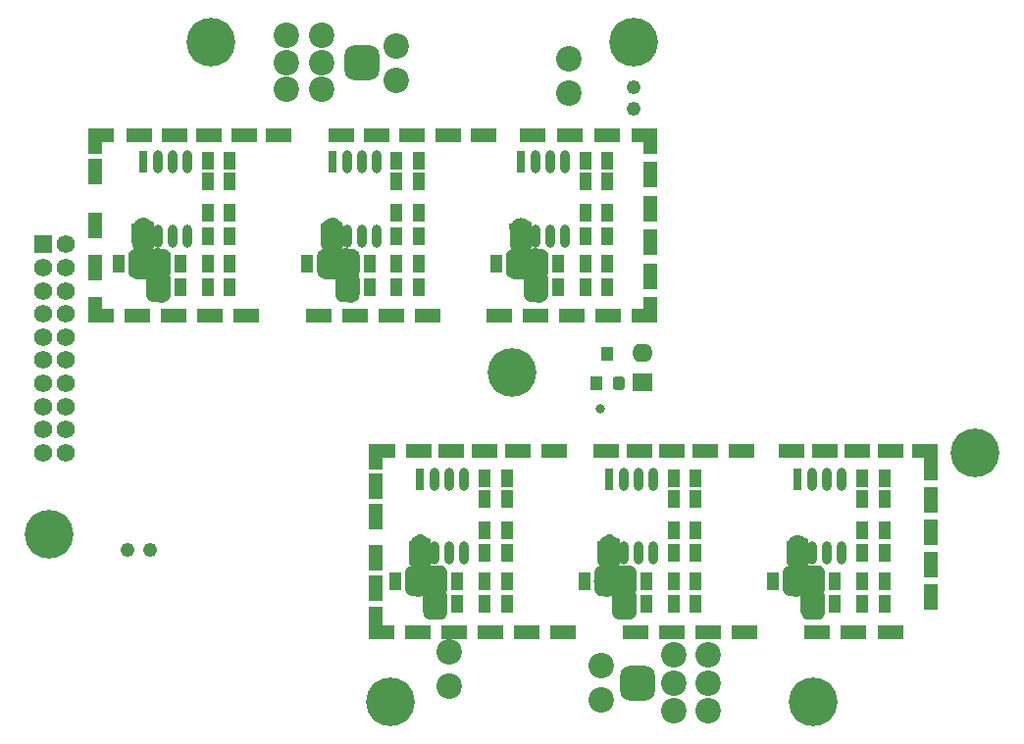
<source format=gbs>
G04*
G04 #@! TF.GenerationSoftware,Altium Limited,Altium Designer,22.1.2 (22)*
G04*
G04 Layer_Color=16711935*
%FSAX42Y42*%
%MOMM*%
G71*
G04*
G04 #@! TF.SameCoordinates,C0377FBF-3644-49C1-8AB8-029394853ECE*
G04*
G04*
G04 #@! TF.FilePolarity,Negative*
G04*
G01*
G75*
%ADD18R,1.00X1.50*%
%ADD19R,1.20X2.20*%
%ADD20R,2.20X1.20*%
%ADD24C,2.20*%
G04:AMPARAMS|DCode=25|XSize=3mm|YSize=3mm|CornerRadius=0.8mm|HoleSize=0mm|Usage=FLASHONLY|Rotation=0.000|XOffset=0mm|YOffset=0mm|HoleType=Round|Shape=RoundedRectangle|*
%AMROUNDEDRECTD25*
21,1,3.00,1.40,0,0,0.0*
21,1,1.40,3.00,0,0,0.0*
1,1,1.60,0.70,-0.70*
1,1,1.60,-0.70,-0.70*
1,1,1.60,-0.70,0.70*
1,1,1.60,0.70,0.70*
%
%ADD25ROUNDEDRECTD25*%
%ADD26R,1.80X1.60*%
%ADD27O,1.80X1.60*%
%ADD28C,1.22*%
%ADD29C,1.57*%
%ADD30R,1.57X1.57*%
%ADD31C,0.60*%
%ADD32C,0.80*%
%ADD33C,4.20*%
G04:AMPARAMS|DCode=76|XSize=1.1mm|YSize=1.15mm|CornerRadius=0.33mm|HoleSize=0mm|Usage=FLASHONLY|Rotation=180.000|XOffset=0mm|YOffset=0mm|HoleType=Round|Shape=RoundedRectangle|*
%AMROUNDEDRECTD76*
21,1,1.10,0.50,0,0,180.0*
21,1,0.45,1.15,0,0,180.0*
1,1,0.65,-0.23,0.25*
1,1,0.65,0.23,0.25*
1,1,0.65,0.23,-0.25*
1,1,0.65,-0.23,-0.25*
%
%ADD76ROUNDEDRECTD76*%
%ADD77R,1.10X1.15*%
%ADD78R,1.10X1.15*%
%ADD79O,0.84X1.98*%
%ADD80R,0.80X1.98*%
G36*
X003612Y001835D02*
X003616Y001834D01*
X003629Y001832D01*
X003633Y001830D01*
X003637Y001830D01*
X003641Y001828D01*
X003645Y001826D01*
X003649Y001824D01*
X003653Y001822D01*
X003663Y001815D01*
X003666Y001812D01*
X003670Y001810D01*
X003673Y001806D01*
X003676Y001804D01*
X003678Y001800D01*
X003681Y001797D01*
X003688Y001786D01*
X003690Y001782D01*
X003693Y001779D01*
X003694Y001775D01*
X003696Y001771D01*
X003697Y001767D01*
X003698Y001762D01*
X003701Y001750D01*
X003701Y001744D01*
X003702Y001737D01*
Y001623D01*
X003701Y001616D01*
X003701Y001610D01*
X003698Y001598D01*
X003697Y001593D01*
X003696Y001589D01*
X003694Y001585D01*
X003693Y001581D01*
X003690Y001578D01*
X003686Y001570D01*
X003686Y001570D01*
X003686Y001570D01*
X003687Y001570D01*
X003698Y001571D01*
X003698Y001571D01*
X003701Y001571D01*
X003775D01*
X003792Y001569D01*
X003808Y001562D01*
X003822Y001552D01*
X003832Y001538D01*
X003839Y001522D01*
X003841Y001505D01*
Y001375D01*
X003839Y001358D01*
X003832Y001342D01*
X003830Y001340D01*
X003832Y001338D01*
X003839Y001322D01*
X003841Y001305D01*
Y001175D01*
X003839Y001158D01*
X003832Y001142D01*
X003822Y001128D01*
X003808Y001118D01*
X003792Y001111D01*
X003775Y001109D01*
X003695D01*
X003678Y001111D01*
X003662Y001118D01*
X003648Y001128D01*
X003638Y001142D01*
X003631Y001158D01*
X003629Y001175D01*
Y001297D01*
X003629Y001305D01*
X003629Y001310D01*
X003620Y001309D01*
X003616Y001309D01*
X003540D01*
X003523Y001311D01*
X003507Y001318D01*
X003493Y001328D01*
X003483Y001342D01*
X003476Y001358D01*
X003474Y001375D01*
Y001428D01*
X003473Y001431D01*
Y001449D01*
X003474Y001452D01*
Y001505D01*
X003476Y001522D01*
X003483Y001538D01*
X003493Y001552D01*
X003507Y001562D01*
X003521Y001568D01*
X003521Y001570D01*
X003519Y001574D01*
X003517Y001578D01*
X003517Y001578D01*
X003514Y001581D01*
X003513Y001585D01*
X003511Y001589D01*
X003510Y001593D01*
X003509Y001598D01*
X003506Y001610D01*
X003506Y001616D01*
X003505Y001623D01*
Y001737D01*
X003506Y001744D01*
X003506Y001750D01*
X003509Y001762D01*
X003510Y001767D01*
X003511Y001771D01*
X003513Y001775D01*
X003514Y001779D01*
X003517Y001782D01*
X003519Y001786D01*
X003526Y001797D01*
X003529Y001800D01*
X003531Y001804D01*
X003534Y001806D01*
X003537Y001810D01*
X003541Y001812D01*
X003544Y001815D01*
X003554Y001822D01*
X003558Y001824D01*
X003562Y001826D01*
X003566Y001828D01*
X003570Y001830D01*
X003574Y001830D01*
X003578Y001832D01*
X003591Y001834D01*
X003595Y001835D01*
X003599Y001835D01*
X003603Y001835D01*
X003608Y001835D01*
X003612Y001835D01*
D02*
G37*
G36*
X001222Y004575D02*
X001226Y004574D01*
X001239Y004572D01*
X001243Y004570D01*
X001247Y004570D01*
X001251Y004568D01*
X001255Y004566D01*
X001259Y004564D01*
X001263Y004562D01*
X001273Y004555D01*
X001276Y004552D01*
X001280Y004550D01*
X001283Y004546D01*
X001286Y004544D01*
X001288Y004540D01*
X001291Y004537D01*
X001298Y004526D01*
X001300Y004522D01*
X001303Y004519D01*
X001304Y004515D01*
X001306Y004511D01*
X001307Y004507D01*
X001308Y004502D01*
X001311Y004490D01*
X001311Y004484D01*
X001312Y004477D01*
Y004363D01*
X001311Y004356D01*
X001311Y004350D01*
X001308Y004338D01*
X001307Y004333D01*
X001306Y004329D01*
X001304Y004325D01*
X001303Y004321D01*
X001300Y004318D01*
X001296Y004310D01*
X001296Y004310D01*
X001296Y004310D01*
X001297Y004310D01*
X001308Y004311D01*
X001308Y004311D01*
X001311Y004311D01*
X001385D01*
X001402Y004309D01*
X001418Y004302D01*
X001432Y004292D01*
X001442Y004278D01*
X001449Y004262D01*
X001451Y004245D01*
Y004115D01*
X001449Y004098D01*
X001442Y004082D01*
X001440Y004080D01*
X001442Y004078D01*
X001449Y004062D01*
X001451Y004045D01*
Y003915D01*
X001449Y003898D01*
X001442Y003882D01*
X001432Y003868D01*
X001418Y003858D01*
X001402Y003851D01*
X001385Y003849D01*
X001305D01*
X001288Y003851D01*
X001272Y003858D01*
X001258Y003868D01*
X001248Y003882D01*
X001241Y003898D01*
X001239Y003915D01*
Y004037D01*
X001239Y004045D01*
X001239Y004050D01*
X001230Y004049D01*
X001226Y004049D01*
X001150D01*
X001133Y004051D01*
X001117Y004058D01*
X001103Y004068D01*
X001093Y004082D01*
X001086Y004098D01*
X001084Y004115D01*
Y004168D01*
X001083Y004171D01*
Y004189D01*
X001084Y004192D01*
Y004245D01*
X001086Y004262D01*
X001093Y004278D01*
X001103Y004292D01*
X001117Y004302D01*
X001131Y004308D01*
X001131Y004310D01*
X001129Y004314D01*
X001127Y004318D01*
X001127Y004318D01*
X001124Y004321D01*
X001123Y004325D01*
X001121Y004329D01*
X001120Y004333D01*
X001119Y004338D01*
X001116Y004350D01*
X001116Y004356D01*
X001115Y004363D01*
Y004477D01*
X001116Y004484D01*
X001116Y004490D01*
X001119Y004502D01*
X001120Y004507D01*
X001121Y004511D01*
X001123Y004515D01*
X001124Y004519D01*
X001127Y004522D01*
X001129Y004526D01*
X001136Y004537D01*
X001139Y004540D01*
X001141Y004544D01*
X001144Y004546D01*
X001147Y004550D01*
X001151Y004552D01*
X001154Y004555D01*
X001164Y004562D01*
X001168Y004564D01*
X001172Y004566D01*
X001176Y004568D01*
X001180Y004570D01*
X001184Y004570D01*
X001188Y004572D01*
X001201Y004574D01*
X001205Y004575D01*
X001209Y004575D01*
X001214Y004575D01*
X001218Y004575D01*
X001222Y004575D01*
D02*
G37*
G36*
X002852D02*
X002856Y004574D01*
X002869Y004572D01*
X002873Y004570D01*
X002877Y004570D01*
X002881Y004568D01*
X002885Y004566D01*
X002889Y004564D01*
X002893Y004562D01*
X002903Y004555D01*
X002906Y004552D01*
X002910Y004550D01*
X002913Y004546D01*
X002916Y004544D01*
X002918Y004540D01*
X002921Y004537D01*
X002928Y004526D01*
X002930Y004522D01*
X002933Y004519D01*
X002934Y004515D01*
X002936Y004511D01*
X002937Y004507D01*
X002938Y004502D01*
X002941Y004490D01*
X002941Y004484D01*
X002942Y004477D01*
Y004363D01*
X002941Y004356D01*
X002941Y004350D01*
X002938Y004338D01*
X002937Y004333D01*
X002936Y004329D01*
X002934Y004325D01*
X002933Y004321D01*
X002930Y004318D01*
X002926Y004310D01*
X002926Y004310D01*
X002926Y004310D01*
X002927Y004310D01*
X002938Y004311D01*
X002938Y004311D01*
X002941Y004311D01*
X003015D01*
X003032Y004309D01*
X003048Y004302D01*
X003062Y004292D01*
X003072Y004278D01*
X003079Y004262D01*
X003081Y004245D01*
Y004115D01*
X003079Y004098D01*
X003072Y004082D01*
X003070Y004080D01*
X003072Y004078D01*
X003079Y004062D01*
X003081Y004045D01*
Y003915D01*
X003079Y003898D01*
X003072Y003882D01*
X003062Y003868D01*
X003048Y003858D01*
X003032Y003851D01*
X003015Y003849D01*
X002935D01*
X002918Y003851D01*
X002902Y003858D01*
X002888Y003868D01*
X002878Y003882D01*
X002871Y003898D01*
X002869Y003915D01*
Y004037D01*
X002869Y004045D01*
X002869Y004050D01*
X002860Y004049D01*
X002856Y004049D01*
X002780D01*
X002763Y004051D01*
X002747Y004058D01*
X002733Y004068D01*
X002723Y004082D01*
X002716Y004098D01*
X002714Y004115D01*
Y004168D01*
X002713Y004171D01*
Y004189D01*
X002714Y004192D01*
Y004245D01*
X002716Y004262D01*
X002723Y004278D01*
X002733Y004292D01*
X002747Y004302D01*
X002761Y004308D01*
X002761Y004310D01*
X002759Y004314D01*
X002757Y004318D01*
X002757Y004318D01*
X002754Y004321D01*
X002753Y004325D01*
X002751Y004329D01*
X002750Y004333D01*
X002749Y004338D01*
X002746Y004350D01*
X002746Y004356D01*
X002745Y004363D01*
Y004477D01*
X002746Y004484D01*
X002746Y004490D01*
X002749Y004502D01*
X002750Y004507D01*
X002751Y004511D01*
X002753Y004515D01*
X002754Y004519D01*
X002757Y004522D01*
X002759Y004526D01*
X002766Y004537D01*
X002769Y004540D01*
X002771Y004544D01*
X002774Y004546D01*
X002777Y004550D01*
X002781Y004552D01*
X002784Y004555D01*
X002794Y004562D01*
X002798Y004564D01*
X002802Y004566D01*
X002806Y004568D01*
X002810Y004570D01*
X002814Y004570D01*
X002818Y004572D01*
X002831Y004574D01*
X002835Y004575D01*
X002839Y004575D01*
X002843Y004575D01*
X002848Y004575D01*
X002852Y004575D01*
D02*
G37*
G36*
X005242Y001835D02*
X005246Y001834D01*
X005259Y001832D01*
X005263Y001830D01*
X005267Y001830D01*
X005271Y001828D01*
X005275Y001826D01*
X005279Y001824D01*
X005283Y001822D01*
X005293Y001815D01*
X005296Y001812D01*
X005300Y001810D01*
X005303Y001806D01*
X005306Y001804D01*
X005308Y001800D01*
X005311Y001797D01*
X005318Y001786D01*
X005320Y001782D01*
X005323Y001779D01*
X005324Y001775D01*
X005326Y001771D01*
X005327Y001767D01*
X005328Y001762D01*
X005331Y001750D01*
X005331Y001744D01*
X005332Y001737D01*
Y001623D01*
X005331Y001616D01*
X005331Y001610D01*
X005328Y001598D01*
X005327Y001593D01*
X005326Y001589D01*
X005324Y001585D01*
X005323Y001581D01*
X005320Y001578D01*
X005316Y001570D01*
X005316Y001570D01*
X005316Y001570D01*
X005317Y001570D01*
X005328Y001571D01*
X005328Y001571D01*
X005331Y001571D01*
X005405D01*
X005422Y001569D01*
X005438Y001562D01*
X005452Y001552D01*
X005462Y001538D01*
X005469Y001522D01*
X005471Y001505D01*
Y001375D01*
X005469Y001358D01*
X005462Y001342D01*
X005460Y001340D01*
X005462Y001338D01*
X005469Y001322D01*
X005471Y001305D01*
Y001175D01*
X005469Y001158D01*
X005462Y001142D01*
X005452Y001128D01*
X005438Y001118D01*
X005422Y001111D01*
X005405Y001109D01*
X005325D01*
X005308Y001111D01*
X005292Y001118D01*
X005278Y001128D01*
X005268Y001142D01*
X005261Y001158D01*
X005259Y001175D01*
Y001297D01*
X005259Y001305D01*
X005259Y001310D01*
X005250Y001309D01*
X005246Y001309D01*
X005170D01*
X005153Y001311D01*
X005137Y001318D01*
X005123Y001328D01*
X005113Y001342D01*
X005106Y001358D01*
X005104Y001375D01*
Y001428D01*
X005103Y001431D01*
Y001449D01*
X005104Y001452D01*
Y001505D01*
X005106Y001522D01*
X005113Y001538D01*
X005123Y001552D01*
X005137Y001562D01*
X005151Y001568D01*
X005151Y001570D01*
X005149Y001574D01*
X005147Y001578D01*
X005147Y001578D01*
X005144Y001581D01*
X005143Y001585D01*
X005141Y001589D01*
X005140Y001593D01*
X005139Y001598D01*
X005136Y001610D01*
X005136Y001616D01*
X005135Y001623D01*
Y001737D01*
X005136Y001744D01*
X005136Y001750D01*
X005139Y001762D01*
X005140Y001767D01*
X005141Y001771D01*
X005143Y001775D01*
X005144Y001779D01*
X005147Y001782D01*
X005149Y001786D01*
X005156Y001797D01*
X005159Y001800D01*
X005161Y001804D01*
X005164Y001806D01*
X005167Y001810D01*
X005171Y001812D01*
X005174Y001815D01*
X005184Y001822D01*
X005188Y001824D01*
X005192Y001826D01*
X005196Y001828D01*
X005200Y001830D01*
X005204Y001830D01*
X005208Y001832D01*
X005221Y001834D01*
X005225Y001835D01*
X005229Y001835D01*
X005233Y001835D01*
X005238Y001835D01*
X005242Y001835D01*
D02*
G37*
G36*
X006872D02*
X006876Y001834D01*
X006889Y001832D01*
X006893Y001830D01*
X006897Y001830D01*
X006901Y001828D01*
X006905Y001826D01*
X006909Y001824D01*
X006913Y001822D01*
X006923Y001815D01*
X006926Y001812D01*
X006930Y001810D01*
X006933Y001806D01*
X006936Y001804D01*
X006938Y001800D01*
X006941Y001797D01*
X006948Y001786D01*
X006950Y001782D01*
X006953Y001779D01*
X006954Y001775D01*
X006956Y001771D01*
X006957Y001767D01*
X006958Y001762D01*
X006961Y001750D01*
X006961Y001744D01*
X006962Y001737D01*
Y001623D01*
X006961Y001616D01*
X006961Y001610D01*
X006958Y001598D01*
X006957Y001593D01*
X006956Y001589D01*
X006954Y001585D01*
X006953Y001581D01*
X006950Y001578D01*
X006946Y001570D01*
X006946Y001570D01*
X006946Y001570D01*
X006947Y001570D01*
X006958Y001571D01*
X006958Y001571D01*
X006961Y001571D01*
X007035D01*
X007052Y001569D01*
X007068Y001562D01*
X007082Y001552D01*
X007092Y001538D01*
X007099Y001522D01*
X007101Y001505D01*
Y001375D01*
X007099Y001358D01*
X007092Y001342D01*
X007090Y001340D01*
X007092Y001338D01*
X007099Y001322D01*
X007101Y001305D01*
Y001175D01*
X007099Y001158D01*
X007092Y001142D01*
X007082Y001128D01*
X007068Y001118D01*
X007052Y001111D01*
X007035Y001109D01*
X006955D01*
X006938Y001111D01*
X006922Y001118D01*
X006908Y001128D01*
X006898Y001142D01*
X006891Y001158D01*
X006889Y001175D01*
Y001297D01*
X006889Y001305D01*
X006889Y001310D01*
X006880Y001309D01*
X006876Y001309D01*
X006800D01*
X006783Y001311D01*
X006767Y001318D01*
X006753Y001328D01*
X006743Y001342D01*
X006736Y001358D01*
X006734Y001375D01*
Y001428D01*
X006733Y001431D01*
Y001449D01*
X006734Y001452D01*
Y001505D01*
X006736Y001522D01*
X006743Y001538D01*
X006753Y001552D01*
X006767Y001562D01*
X006781Y001568D01*
X006781Y001570D01*
X006779Y001574D01*
X006777Y001578D01*
X006777Y001578D01*
X006774Y001581D01*
X006773Y001585D01*
X006771Y001589D01*
X006770Y001593D01*
X006769Y001598D01*
X006766Y001610D01*
X006766Y001616D01*
X006765Y001623D01*
Y001737D01*
X006766Y001744D01*
X006766Y001750D01*
X006769Y001762D01*
X006770Y001767D01*
X006771Y001771D01*
X006773Y001775D01*
X006774Y001779D01*
X006777Y001782D01*
X006779Y001786D01*
X006786Y001797D01*
X006789Y001800D01*
X006791Y001804D01*
X006794Y001806D01*
X006797Y001810D01*
X006801Y001812D01*
X006804Y001815D01*
X006814Y001822D01*
X006818Y001824D01*
X006822Y001826D01*
X006826Y001828D01*
X006830Y001830D01*
X006834Y001830D01*
X006838Y001832D01*
X006851Y001834D01*
X006855Y001835D01*
X006859Y001835D01*
X006864Y001835D01*
X006868Y001835D01*
X006872Y001835D01*
D02*
G37*
G36*
X004482Y004575D02*
X004486Y004574D01*
X004499Y004572D01*
X004503Y004570D01*
X004507Y004570D01*
X004511Y004568D01*
X004515Y004566D01*
X004519Y004564D01*
X004523Y004562D01*
X004533Y004555D01*
X004536Y004552D01*
X004540Y004550D01*
X004543Y004546D01*
X004546Y004544D01*
X004548Y004540D01*
X004551Y004537D01*
X004558Y004526D01*
X004560Y004522D01*
X004563Y004519D01*
X004564Y004515D01*
X004566Y004511D01*
X004567Y004507D01*
X004568Y004502D01*
X004571Y004490D01*
X004571Y004484D01*
X004572Y004477D01*
Y004363D01*
X004571Y004356D01*
X004571Y004350D01*
X004568Y004338D01*
X004567Y004333D01*
X004566Y004329D01*
X004564Y004325D01*
X004563Y004321D01*
X004560Y004318D01*
X004556Y004310D01*
X004556Y004310D01*
X004556Y004310D01*
X004557Y004310D01*
X004568Y004311D01*
X004568Y004311D01*
X004571Y004311D01*
X004645D01*
X004662Y004309D01*
X004678Y004302D01*
X004692Y004292D01*
X004702Y004278D01*
X004709Y004262D01*
X004711Y004245D01*
Y004115D01*
X004709Y004098D01*
X004702Y004082D01*
X004700Y004080D01*
X004702Y004078D01*
X004709Y004062D01*
X004711Y004045D01*
Y003915D01*
X004709Y003898D01*
X004702Y003882D01*
X004692Y003868D01*
X004678Y003858D01*
X004662Y003851D01*
X004645Y003849D01*
X004565D01*
X004548Y003851D01*
X004532Y003858D01*
X004518Y003868D01*
X004508Y003882D01*
X004501Y003898D01*
X004499Y003915D01*
Y004037D01*
X004499Y004045D01*
X004499Y004050D01*
X004490Y004049D01*
X004486Y004049D01*
X004410D01*
X004393Y004051D01*
X004377Y004058D01*
X004363Y004068D01*
X004353Y004082D01*
X004346Y004098D01*
X004344Y004115D01*
Y004168D01*
X004343Y004171D01*
Y004189D01*
X004344Y004192D01*
Y004245D01*
X004346Y004262D01*
X004353Y004278D01*
X004363Y004292D01*
X004377Y004302D01*
X004391Y004308D01*
X004391Y004310D01*
X004389Y004314D01*
X004387Y004318D01*
X004387Y004318D01*
X004384Y004321D01*
X004383Y004325D01*
X004381Y004329D01*
X004380Y004333D01*
X004379Y004338D01*
X004376Y004350D01*
X004376Y004356D01*
X004375Y004363D01*
Y004477D01*
X004376Y004484D01*
X004376Y004490D01*
X004379Y004502D01*
X004380Y004507D01*
X004381Y004511D01*
X004383Y004515D01*
X004384Y004519D01*
X004387Y004522D01*
X004389Y004526D01*
X004396Y004537D01*
X004399Y004540D01*
X004401Y004544D01*
X004404Y004546D01*
X004407Y004550D01*
X004411Y004552D01*
X004414Y004555D01*
X004424Y004562D01*
X004428Y004564D01*
X004432Y004566D01*
X004436Y004568D01*
X004440Y004570D01*
X004444Y004570D01*
X004448Y004572D01*
X004461Y004574D01*
X004465Y004575D01*
X004469Y004575D01*
X004474Y004575D01*
X004478Y004575D01*
X004482Y004575D01*
D02*
G37*
D18*
X004160Y002150D02*
D03*
X004350D02*
D03*
X004161Y002330D02*
D03*
X004351D02*
D03*
X004350Y001680D02*
D03*
X004160D02*
D03*
X004350Y001440D02*
D03*
X004160D02*
D03*
X003390D02*
D03*
X003580D02*
D03*
X003925D02*
D03*
X003735D02*
D03*
X004351Y001880D02*
D03*
X004161D02*
D03*
X004350Y001240D02*
D03*
X004160D02*
D03*
X003925D02*
D03*
X003735D02*
D03*
X001961Y005070D02*
D03*
X001771D02*
D03*
X001960Y004180D02*
D03*
X001770D02*
D03*
X001190D02*
D03*
X001000D02*
D03*
X001770Y004420D02*
D03*
X001960D02*
D03*
X001535Y004180D02*
D03*
X001345D02*
D03*
X001770Y004890D02*
D03*
X001960D02*
D03*
Y003980D02*
D03*
X001770D02*
D03*
X001771Y004620D02*
D03*
X001961D02*
D03*
X001535Y003980D02*
D03*
X001345D02*
D03*
X003401Y005070D02*
D03*
X003591D02*
D03*
X003400Y004180D02*
D03*
X003590D02*
D03*
X002630D02*
D03*
X002820D02*
D03*
X003590Y004420D02*
D03*
X003400D02*
D03*
X002975Y004180D02*
D03*
X003165D02*
D03*
X003590Y004890D02*
D03*
X003400D02*
D03*
Y003980D02*
D03*
X003590D02*
D03*
X003591Y004620D02*
D03*
X003401D02*
D03*
X002975Y003980D02*
D03*
X003165D02*
D03*
X005031Y005070D02*
D03*
X005221D02*
D03*
X005030Y004180D02*
D03*
X005220D02*
D03*
X004260D02*
D03*
X004450D02*
D03*
X005220Y004420D02*
D03*
X005030D02*
D03*
X004605Y004180D02*
D03*
X004795D02*
D03*
X005220Y004890D02*
D03*
X005030D02*
D03*
Y003980D02*
D03*
X005220D02*
D03*
X005221Y004620D02*
D03*
X005031D02*
D03*
X004605Y003980D02*
D03*
X004795D02*
D03*
X005791Y002330D02*
D03*
X005981D02*
D03*
X005790Y001440D02*
D03*
X005980D02*
D03*
X005020D02*
D03*
X005210D02*
D03*
X005980Y001680D02*
D03*
X005790D02*
D03*
X005365Y001440D02*
D03*
X005555D02*
D03*
X005980Y002150D02*
D03*
X005790D02*
D03*
Y001240D02*
D03*
X005980D02*
D03*
X005981Y001880D02*
D03*
X005791D02*
D03*
X005365Y001240D02*
D03*
X005555D02*
D03*
X007421Y002330D02*
D03*
X007611D02*
D03*
X007420Y001440D02*
D03*
X007610D02*
D03*
X006650D02*
D03*
X006840D02*
D03*
X007610Y001680D02*
D03*
X007420D02*
D03*
X006995Y001440D02*
D03*
X007185D02*
D03*
X007610Y002150D02*
D03*
X007420D02*
D03*
Y001240D02*
D03*
X007610D02*
D03*
X007611Y001880D02*
D03*
X007421D02*
D03*
X006995Y001240D02*
D03*
X007185D02*
D03*
D19*
X000800Y005240D02*
D03*
Y004510D02*
D03*
Y004975D02*
D03*
Y003780D02*
D03*
Y004145D02*
D03*
X005590Y004948D02*
D03*
Y005240D02*
D03*
Y004656D02*
D03*
Y004364D02*
D03*
Y003780D02*
D03*
Y004072D02*
D03*
X003221Y002262D02*
D03*
X008010Y002140D02*
D03*
Y002420D02*
D03*
X003220Y002510D02*
D03*
Y002000D02*
D03*
Y001641D02*
D03*
X008010Y001300D02*
D03*
Y001580D02*
D03*
Y001860D02*
D03*
X003220Y001110D02*
D03*
Y001380D02*
D03*
D20*
X004151Y005290D02*
D03*
X002083D02*
D03*
X003536D02*
D03*
X000850D02*
D03*
X005540Y005290D02*
D03*
X005219D02*
D03*
X003843Y005290D02*
D03*
X002384D02*
D03*
X002921D02*
D03*
X003228D02*
D03*
X001180D02*
D03*
X001782D02*
D03*
X001481D02*
D03*
X004578Y005290D02*
D03*
X004899D02*
D03*
X005540Y003730D02*
D03*
X005227D02*
D03*
X004914D02*
D03*
X004289D02*
D03*
X004602D02*
D03*
X003664D02*
D03*
X003351D02*
D03*
X002726D02*
D03*
X003038D02*
D03*
X002101D02*
D03*
X001788D02*
D03*
X001163D02*
D03*
X001475D02*
D03*
X000850D02*
D03*
X004760Y002560D02*
D03*
X006380D02*
D03*
X007959D02*
D03*
X007380D02*
D03*
X007667D02*
D03*
X007094D02*
D03*
X006808D02*
D03*
X005780D02*
D03*
X006067D02*
D03*
X005494D02*
D03*
X005208D02*
D03*
X004160D02*
D03*
X004447D02*
D03*
X003874D02*
D03*
X003588D02*
D03*
X003281D02*
D03*
X003898Y001000D02*
D03*
X004211D02*
D03*
X007346D02*
D03*
X007033D02*
D03*
X007660D02*
D03*
X005465D02*
D03*
X005779D02*
D03*
X006092D02*
D03*
X006406D02*
D03*
X004838D02*
D03*
X004525D02*
D03*
X003584D02*
D03*
X003271D02*
D03*
D24*
X005790Y000800D02*
D03*
Y000320D02*
D03*
X006090D02*
D03*
X005790Y000560D02*
D03*
X006090D02*
D03*
Y000800D02*
D03*
X005170Y000410D02*
D03*
Y000710D02*
D03*
X003850Y000530D02*
D03*
Y000830D02*
D03*
X004890Y005950D02*
D03*
Y005650D02*
D03*
X003400Y005760D02*
D03*
Y006060D02*
D03*
X002750Y006150D02*
D03*
X002450D02*
D03*
X002750Y005920D02*
D03*
X002450D02*
D03*
Y005690D02*
D03*
X002750D02*
D03*
D25*
X005480Y000560D02*
D03*
X003100Y005920D02*
D03*
D26*
X005520Y003156D02*
D03*
D27*
Y003410D02*
D03*
D28*
X005450Y005708D02*
D03*
Y005517D02*
D03*
X001080Y001710D02*
D03*
X001270D02*
D03*
D29*
X000347Y003747D02*
D03*
Y003947D02*
D03*
X000547Y003547D02*
D03*
X000347D02*
D03*
X000547Y003747D02*
D03*
Y003947D02*
D03*
Y004147D02*
D03*
X000347D02*
D03*
X000547Y004347D02*
D03*
Y003347D02*
D03*
X000347Y003147D02*
D03*
X000547D02*
D03*
X000347Y003347D02*
D03*
X000547Y002947D02*
D03*
X000347Y002747D02*
D03*
X000547D02*
D03*
X000347Y002947D02*
D03*
X000547Y002547D02*
D03*
X000347D02*
D03*
D30*
Y004347D02*
D03*
D31*
X001139Y004499D02*
D03*
X001200Y004069D02*
D03*
X001374Y003869D02*
D03*
X001336Y004291D02*
D03*
X001278Y004521D02*
D03*
X001222Y004555D02*
D03*
X006789Y001759D02*
D03*
X006850Y001329D02*
D03*
X006986Y001551D02*
D03*
X006928Y001781D02*
D03*
X005159Y001759D02*
D03*
X005220Y001329D02*
D03*
X005356Y001551D02*
D03*
X005298Y001781D02*
D03*
X005242Y001815D02*
D03*
X003529Y001759D02*
D03*
X003590Y001329D02*
D03*
X003764Y001129D02*
D03*
X003726Y001551D02*
D03*
X003668Y001781D02*
D03*
X003612Y001815D02*
D03*
X004399Y004499D02*
D03*
X004460Y004069D02*
D03*
X004634Y003869D02*
D03*
X004596Y004291D02*
D03*
X004538Y004521D02*
D03*
X002769Y004499D02*
D03*
X002830Y004069D02*
D03*
X003004Y003869D02*
D03*
X002966Y004291D02*
D03*
X002908Y004521D02*
D03*
X002852Y004555D02*
D03*
D32*
X005160Y002930D02*
D03*
D33*
X001799Y006095D02*
D03*
X005447Y006095D02*
D03*
X000397Y001845D02*
D03*
X003347Y000395D02*
D03*
X008395Y002545D02*
D03*
X006993Y000395D02*
D03*
X004397Y003245D02*
D03*
D76*
X005315Y003150D02*
D03*
D77*
X005125Y003150D02*
D03*
D78*
X005220Y003400D02*
D03*
D79*
X003731Y001680D02*
D03*
X003985D02*
D03*
X003858D02*
D03*
X003604D02*
D03*
X003985Y002320D02*
D03*
X003858D02*
D03*
X003731D02*
D03*
X001594Y004420D02*
D03*
X001468D02*
D03*
X001214D02*
D03*
X001594Y005060D02*
D03*
X001468D02*
D03*
X001340D02*
D03*
Y004420D02*
D03*
X002971D02*
D03*
Y005060D02*
D03*
X003098D02*
D03*
X003225D02*
D03*
X002844Y004420D02*
D03*
X003098D02*
D03*
X003225D02*
D03*
X004601D02*
D03*
Y005060D02*
D03*
X004728D02*
D03*
X004854D02*
D03*
X004474Y004420D02*
D03*
X004728D02*
D03*
X004854D02*
D03*
X005361Y001680D02*
D03*
Y002320D02*
D03*
X005488D02*
D03*
X005615D02*
D03*
X005234Y001680D02*
D03*
X005488D02*
D03*
X005615D02*
D03*
X006990D02*
D03*
Y002320D02*
D03*
X007118D02*
D03*
X007244D02*
D03*
X006864Y001680D02*
D03*
X007118D02*
D03*
X007244D02*
D03*
D80*
X003604Y002320D02*
D03*
X001214Y005060D02*
D03*
X002844D02*
D03*
X004474D02*
D03*
X005234Y002320D02*
D03*
X006864D02*
D03*
M02*

</source>
